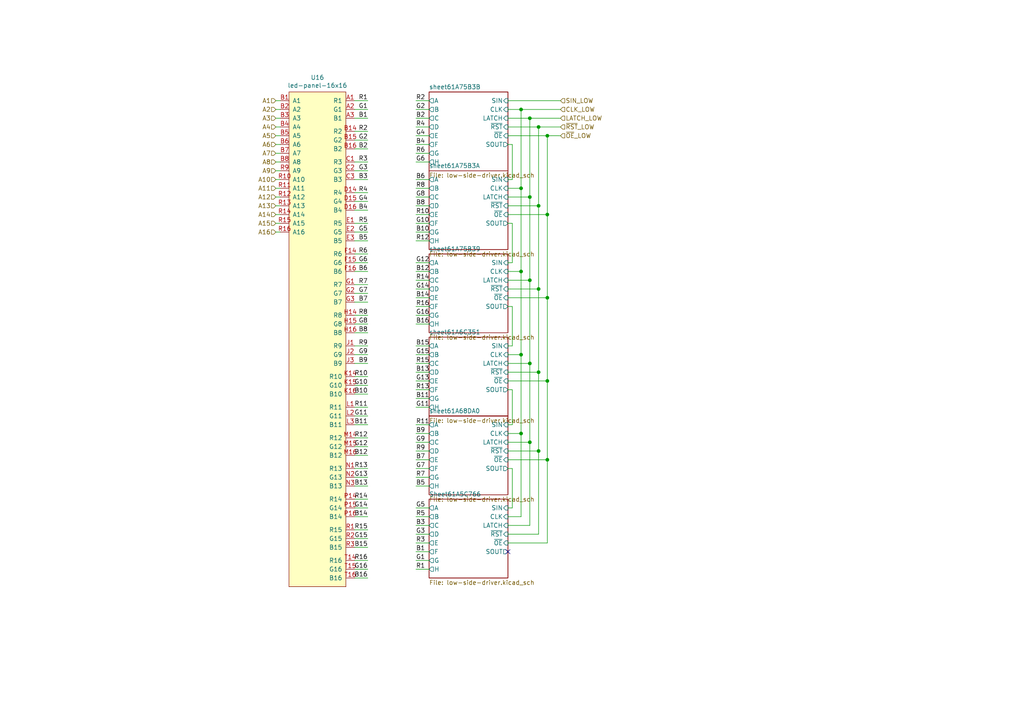
<source format=kicad_sch>
(kicad_sch (version 20211123) (generator eeschema)
  (paper "A4")
  (lib_symbols
    (symbol "led-panel:led-panel-16x16" (pin_names (offset 1.016))
      (property "Reference" "U" (at -6.35 73.66 0))
      (property "Value" "led-panel-16x16" (at 0 13.97 90))
      (symbol "led-panel-16x16_0_0"
        (pin input line (at 10.16 69.85 180) (length 2.54) (name "R1") (number "A1"))
        (pin input line (at 10.16 67.31 180) (length 2.54) (name "G1") (number "A2"))
        (pin input line (at 10.16 64.77 180) (length 2.54) (name "B1") (number "A3"))
        (pin input line (at -11.43 69.85 0) (length 2.54) (name "A1") (number "B1"))
        (pin input line (at 10.16 60.96 180) (length 2.54) (name "R2") (number "B14"))
        (pin input line (at 10.16 58.42 180) (length 2.54) (name "G2") (number "B15"))
        (pin input line (at 10.16 55.88 180) (length 2.54) (name "B2") (number "B16"))
        (pin input line (at -11.43 67.31 0) (length 2.54) (name "A2") (number "B2"))
        (pin input line (at -11.43 64.77 0) (length 2.54) (name "A3") (number "B3"))
        (pin input line (at -11.43 62.23 0) (length 2.54) (name "A4") (number "B4"))
        (pin input line (at -11.43 59.69 0) (length 2.54) (name "A5") (number "B5"))
        (pin input line (at -11.43 57.15 0) (length 2.54) (name "A6") (number "B6"))
        (pin input line (at -11.43 54.61 0) (length 2.54) (name "A7") (number "B7"))
        (pin input line (at -11.43 52.07 0) (length 2.54) (name "A8") (number "B8"))
        (pin input line (at 10.16 52.07 180) (length 2.54) (name "R3") (number "C1"))
        (pin input line (at 10.16 49.53 180) (length 2.54) (name "G3") (number "C2"))
        (pin input line (at 10.16 46.99 180) (length 2.54) (name "B3") (number "C3"))
      )
      (symbol "led-panel-16x16_0_1"
        (rectangle (start -8.89 72.39) (end 7.62 -71.12) (fill (type background)))
      )
      (symbol "led-panel-16x16_1_1"
        (pin input line (at 10.16 43.18 180) (length 2.54) (name "R4") (number "D14"))
        (pin input line (at 10.16 40.64 180) (length 2.54) (name "G4") (number "D15"))
        (pin input line (at 10.16 38.1 180) (length 2.54) (name "B4") (number "D16"))
        (pin input line (at 10.16 34.29 180) (length 2.54) (name "R5") (number "E1"))
        (pin input line (at 10.16 31.75 180) (length 2.54) (name "G5") (number "E2"))
        (pin input line (at 10.16 29.21 180) (length 2.54) (name "B5") (number "E3"))
        (pin input line (at 10.16 25.4 180) (length 2.54) (name "R6") (number "F14"))
        (pin input line (at 10.16 22.86 180) (length 2.54) (name "G6") (number "F15"))
        (pin input line (at 10.16 20.32 180) (length 2.54) (name "B6") (number "F16"))
        (pin input line (at 10.16 16.51 180) (length 2.54) (name "R7") (number "G1"))
        (pin input line (at 10.16 13.97 180) (length 2.54) (name "G7") (number "G2"))
        (pin input line (at 10.16 11.43 180) (length 2.54) (name "B7") (number "G3"))
        (pin input line (at 10.16 7.62 180) (length 2.54) (name "R8") (number "H14"))
        (pin input line (at 10.16 5.08 180) (length 2.54) (name "G8") (number "H15"))
        (pin input line (at 10.16 2.54 180) (length 2.54) (name "B8") (number "H16"))
        (pin input line (at 10.16 -1.27 180) (length 2.54) (name "R9") (number "J1"))
        (pin input line (at 10.16 -3.81 180) (length 2.54) (name "G9") (number "J2"))
        (pin input line (at 10.16 -6.35 180) (length 2.54) (name "B9") (number "J3"))
        (pin input line (at 10.16 -10.16 180) (length 2.54) (name "R10") (number "K14"))
        (pin input line (at 10.16 -12.7 180) (length 2.54) (name "G10") (number "K15"))
        (pin input line (at 10.16 -15.24 180) (length 2.54) (name "B10") (number "K16"))
        (pin input line (at 10.16 -19.05 180) (length 2.54) (name "R11") (number "L1"))
        (pin input line (at 10.16 -21.59 180) (length 2.54) (name "G11") (number "L2"))
        (pin input line (at 10.16 -24.13 180) (length 2.54) (name "B11") (number "L3"))
        (pin input line (at 10.16 -27.94 180) (length 2.54) (name "R12") (number "M14"))
        (pin input line (at 10.16 -30.48 180) (length 2.54) (name "G12") (number "M15"))
        (pin input line (at 10.16 -33.02 180) (length 2.54) (name "B12") (number "M16"))
        (pin input line (at 10.16 -36.83 180) (length 2.54) (name "R13") (number "N1"))
        (pin input line (at 10.16 -39.37 180) (length 2.54) (name "G13") (number "N2"))
        (pin input line (at 10.16 -41.91 180) (length 2.54) (name "B13") (number "N3"))
        (pin input line (at 10.16 -45.72 180) (length 2.54) (name "R14") (number "P14"))
        (pin input line (at 10.16 -48.26 180) (length 2.54) (name "G14") (number "P15"))
        (pin input line (at 10.16 -50.8 180) (length 2.54) (name "B14") (number "P16"))
        (pin input line (at 10.16 -54.61 180) (length 2.54) (name "R15") (number "R1"))
        (pin input line (at -11.43 46.99 0) (length 2.54) (name "A10") (number "R10"))
        (pin input line (at -11.43 44.45 0) (length 2.54) (name "A11") (number "R11"))
        (pin input line (at -11.43 41.91 0) (length 2.54) (name "A12") (number "R12"))
        (pin input line (at -11.43 39.37 0) (length 2.54) (name "A13") (number "R13"))
        (pin input line (at -11.43 36.83 0) (length 2.54) (name "A14") (number "R14"))
        (pin input line (at -11.43 34.29 0) (length 2.54) (name "A15") (number "R15"))
        (pin input line (at -11.43 31.75 0) (length 2.54) (name "A16") (number "R16"))
        (pin input line (at 10.16 -57.15 180) (length 2.54) (name "G15") (number "R2"))
        (pin input line (at 10.16 -59.69 180) (length 2.54) (name "B15") (number "R3"))
        (pin input line (at -11.43 49.53 0) (length 2.54) (name "A9") (number "R9"))
        (pin input line (at 10.16 -63.5 180) (length 2.54) (name "R16") (number "T14"))
        (pin input line (at 10.16 -66.04 180) (length 2.54) (name "G16") (number "T15"))
        (pin input line (at 10.16 -68.58 180) (length 2.54) (name "B16") (number "T16"))
      )
    )
  )
  (junction (at 156.21 107.95))
  (junction (at 156.21 130.81))
  (junction (at 158.75 86.36))
  (junction (at 153.67 34.29))
  (junction (at 151.13 31.75))
  (junction (at 153.67 128.27))
  (junction (at 151.13 78.74))
  (junction (at 153.67 57.15))
  (junction (at 153.67 81.28))
  (junction (at 156.21 83.82))
  (junction (at 158.75 62.23))
  (junction (at 156.21 36.83))
  (junction (at 156.21 59.69))
  (junction (at 151.13 54.61))
  (junction (at 158.75 133.35))
  (junction (at 158.75 39.37))
  (junction (at 153.67 105.41))
  (junction (at 151.13 125.73))
  (junction (at 151.13 102.87))
  (junction (at 158.75 110.49))
  (no_connect (at 147.32 160.02))
  (wire (pts (xy 124.46 86.36) (xy 120.65 86.36)))
  (wire (pts (xy 151.13 31.75) (xy 162.56 31.75)))
  (wire (pts (xy 102.87 64.77) (xy 106.68 64.77)))
  (wire (pts (xy 102.87 120.65) (xy 106.68 120.65)))
  (wire (pts (xy 102.87 167.64) (xy 106.68 167.64)))
  (wire (pts (xy 148.59 41.91) (xy 148.59 52.07)))
  (wire (pts (xy 148.59 64.77) (xy 148.59 76.2)))
  (wire (pts (xy 124.46 130.81) (xy 120.65 130.81)))
  (wire (pts (xy 147.32 135.89) (xy 148.59 135.89)))
  (wire (pts (xy 124.46 100.33) (xy 120.65 100.33)))
  (wire (pts (xy 102.87 52.07) (xy 106.68 52.07)))
  (wire (pts (xy 156.21 36.83) (xy 147.32 36.83)))
  (wire (pts (xy 80.01 62.23) (xy 81.28 62.23)))
  (wire (pts (xy 124.46 125.73) (xy 120.65 125.73)))
  (wire (pts (xy 102.87 91.44) (xy 106.68 91.44)))
  (wire (pts (xy 148.59 52.07) (xy 147.32 52.07)))
  (wire (pts (xy 147.32 149.86) (xy 151.13 149.86)))
  (wire (pts (xy 148.59 76.2) (xy 147.32 76.2)))
  (wire (pts (xy 147.32 78.74) (xy 151.13 78.74)))
  (wire (pts (xy 148.59 147.32) (xy 147.32 147.32)))
  (wire (pts (xy 102.87 149.86) (xy 106.68 149.86)))
  (wire (pts (xy 102.87 138.43) (xy 106.68 138.43)))
  (wire (pts (xy 147.32 102.87) (xy 151.13 102.87)))
  (wire (pts (xy 124.46 115.57) (xy 120.65 115.57)))
  (wire (pts (xy 80.01 54.61) (xy 81.28 54.61)))
  (wire (pts (xy 102.87 147.32) (xy 106.68 147.32)))
  (wire (pts (xy 147.32 31.75) (xy 151.13 31.75)))
  (wire (pts (xy 124.46 39.37) (xy 120.65 39.37)))
  (wire (pts (xy 153.67 128.27) (xy 153.67 105.41)))
  (wire (pts (xy 156.21 83.82) (xy 156.21 59.69)))
  (wire (pts (xy 102.87 49.53) (xy 106.68 49.53)))
  (wire (pts (xy 124.46 165.1) (xy 120.65 165.1)))
  (wire (pts (xy 158.75 86.36) (xy 158.75 62.23)))
  (wire (pts (xy 80.01 39.37) (xy 81.28 39.37)))
  (wire (pts (xy 124.46 123.19) (xy 120.65 123.19)))
  (wire (pts (xy 124.46 162.56) (xy 120.65 162.56)))
  (wire (pts (xy 162.56 39.37) (xy 158.75 39.37)))
  (wire (pts (xy 158.75 110.49) (xy 158.75 86.36)))
  (wire (pts (xy 124.46 93.98) (xy 120.65 93.98)))
  (wire (pts (xy 124.46 118.11) (xy 120.65 118.11)))
  (wire (pts (xy 124.46 152.4) (xy 120.65 152.4)))
  (wire (pts (xy 147.32 110.49) (xy 158.75 110.49)))
  (wire (pts (xy 158.75 157.48) (xy 158.75 133.35)))
  (wire (pts (xy 102.87 109.22) (xy 106.68 109.22)))
  (wire (pts (xy 147.32 128.27) (xy 153.67 128.27)))
  (wire (pts (xy 124.46 133.35) (xy 120.65 133.35)))
  (wire (pts (xy 80.01 52.07) (xy 81.28 52.07)))
  (wire (pts (xy 148.59 100.33) (xy 147.32 100.33)))
  (wire (pts (xy 80.01 36.83) (xy 81.28 36.83)))
  (wire (pts (xy 124.46 105.41) (xy 120.65 105.41)))
  (wire (pts (xy 124.46 81.28) (xy 120.65 81.28)))
  (wire (pts (xy 102.87 129.54) (xy 106.68 129.54)))
  (wire (pts (xy 102.87 153.67) (xy 106.68 153.67)))
  (wire (pts (xy 124.46 52.07) (xy 120.65 52.07)))
  (wire (pts (xy 147.32 59.69) (xy 156.21 59.69)))
  (wire (pts (xy 102.87 105.41) (xy 106.68 105.41)))
  (wire (pts (xy 147.32 125.73) (xy 151.13 125.73)))
  (wire (pts (xy 102.87 78.74) (xy 106.68 78.74)))
  (wire (pts (xy 147.32 64.77) (xy 148.59 64.77)))
  (wire (pts (xy 147.32 86.36) (xy 158.75 86.36)))
  (wire (pts (xy 102.87 69.85) (xy 106.68 69.85)))
  (wire (pts (xy 124.46 54.61) (xy 120.65 54.61)))
  (wire (pts (xy 151.13 125.73) (xy 151.13 102.87)))
  (wire (pts (xy 124.46 57.15) (xy 120.65 57.15)))
  (wire (pts (xy 102.87 96.52) (xy 106.68 96.52)))
  (wire (pts (xy 147.32 113.03) (xy 148.59 113.03)))
  (wire (pts (xy 102.87 93.98) (xy 106.68 93.98)))
  (wire (pts (xy 124.46 147.32) (xy 120.65 147.32)))
  (wire (pts (xy 147.32 62.23) (xy 158.75 62.23)))
  (wire (pts (xy 124.46 69.85) (xy 120.65 69.85)))
  (wire (pts (xy 153.67 105.41) (xy 153.67 81.28)))
  (wire (pts (xy 80.01 49.53) (xy 81.28 49.53)))
  (wire (pts (xy 124.46 140.97) (xy 120.65 140.97)))
  (wire (pts (xy 124.46 62.23) (xy 120.65 62.23)))
  (wire (pts (xy 151.13 102.87) (xy 151.13 78.74)))
  (wire (pts (xy 102.87 135.89) (xy 106.68 135.89)))
  (wire (pts (xy 124.46 31.75) (xy 120.65 31.75)))
  (wire (pts (xy 147.32 83.82) (xy 156.21 83.82)))
  (wire (pts (xy 124.46 59.69) (xy 120.65 59.69)))
  (wire (pts (xy 102.87 60.96) (xy 106.68 60.96)))
  (wire (pts (xy 102.87 111.76) (xy 106.68 111.76)))
  (wire (pts (xy 147.32 157.48) (xy 158.75 157.48)))
  (wire (pts (xy 80.01 44.45) (xy 81.28 44.45)))
  (wire (pts (xy 151.13 149.86) (xy 151.13 125.73)))
  (wire (pts (xy 156.21 107.95) (xy 156.21 83.82)))
  (wire (pts (xy 80.01 59.69) (xy 81.28 59.69)))
  (wire (pts (xy 102.87 118.11) (xy 106.68 118.11)))
  (wire (pts (xy 102.87 158.75) (xy 106.68 158.75)))
  (wire (pts (xy 102.87 87.63) (xy 106.68 87.63)))
  (wire (pts (xy 80.01 64.77) (xy 81.28 64.77)))
  (wire (pts (xy 102.87 140.97) (xy 106.68 140.97)))
  (wire (pts (xy 124.46 113.03) (xy 120.65 113.03)))
  (wire (pts (xy 102.87 31.75) (xy 106.68 31.75)))
  (wire (pts (xy 80.01 57.15) (xy 81.28 57.15)))
  (wire (pts (xy 153.67 152.4) (xy 153.67 128.27)))
  (wire (pts (xy 147.32 57.15) (xy 153.67 57.15)))
  (wire (pts (xy 147.32 105.41) (xy 153.67 105.41)))
  (wire (pts (xy 158.75 39.37) (xy 147.32 39.37)))
  (wire (pts (xy 158.75 62.23) (xy 158.75 39.37)))
  (wire (pts (xy 147.32 41.91) (xy 148.59 41.91)))
  (wire (pts (xy 124.46 138.43) (xy 120.65 138.43)))
  (wire (pts (xy 102.87 76.2) (xy 106.68 76.2)))
  (wire (pts (xy 124.46 157.48) (xy 120.65 157.48)))
  (wire (pts (xy 80.01 46.99) (xy 81.28 46.99)))
  (wire (pts (xy 156.21 130.81) (xy 156.21 107.95)))
  (wire (pts (xy 124.46 76.2) (xy 120.65 76.2)))
  (wire (pts (xy 102.87 67.31) (xy 106.68 67.31)))
  (wire (pts (xy 102.87 165.1) (xy 106.68 165.1)))
  (wire (pts (xy 124.46 36.83) (xy 120.65 36.83)))
  (wire (pts (xy 153.67 34.29) (xy 162.56 34.29)))
  (wire (pts (xy 124.46 154.94) (xy 120.65 154.94)))
  (wire (pts (xy 102.87 123.19) (xy 106.68 123.19)))
  (wire (pts (xy 151.13 78.74) (xy 151.13 54.61)))
  (wire (pts (xy 124.46 88.9) (xy 120.65 88.9)))
  (wire (pts (xy 102.87 85.09) (xy 106.68 85.09)))
  (wire (pts (xy 124.46 34.29) (xy 120.65 34.29)))
  (wire (pts (xy 162.56 36.83) (xy 156.21 36.83)))
  (wire (pts (xy 147.32 133.35) (xy 158.75 133.35)))
  (wire (pts (xy 124.46 29.21) (xy 120.65 29.21)))
  (wire (pts (xy 80.01 67.31) (xy 81.28 67.31)))
  (wire (pts (xy 102.87 73.66) (xy 106.68 73.66)))
  (wire (pts (xy 124.46 107.95) (xy 120.65 107.95)))
  (wire (pts (xy 102.87 114.3) (xy 106.68 114.3)))
  (wire (pts (xy 156.21 154.94) (xy 156.21 130.81)))
  (wire (pts (xy 147.32 81.28) (xy 153.67 81.28)))
  (wire (pts (xy 102.87 34.29) (xy 106.68 34.29)))
  (wire (pts (xy 124.46 110.49) (xy 120.65 110.49)))
  (wire (pts (xy 148.59 88.9) (xy 148.59 100.33)))
  (wire (pts (xy 102.87 132.08) (xy 106.68 132.08)))
  (wire (pts (xy 102.87 43.18) (xy 106.68 43.18)))
  (wire (pts (xy 80.01 29.21) (xy 81.28 29.21)))
  (wire (pts (xy 153.67 57.15) (xy 153.67 34.29)))
  (wire (pts (xy 102.87 162.56) (xy 106.68 162.56)))
  (wire (pts (xy 147.32 88.9) (xy 148.59 88.9)))
  (wire (pts (xy 148.59 113.03) (xy 148.59 123.19)))
  (wire (pts (xy 124.46 41.91) (xy 120.65 41.91)))
  (wire (pts (xy 102.87 100.33) (xy 106.68 100.33)))
  (wire (pts (xy 147.32 54.61) (xy 151.13 54.61)))
  (wire (pts (xy 80.01 31.75) (xy 81.28 31.75)))
  (wire (pts (xy 102.87 144.78) (xy 106.68 144.78)))
  (wire (pts (xy 124.46 78.74) (xy 120.65 78.74)))
  (wire (pts (xy 124.46 160.02) (xy 120.65 160.02)))
  (wire (pts (xy 124.46 64.77) (xy 120.65 64.77)))
  (wire (pts (xy 156.21 59.69) (xy 156.21 36.83)))
  (wire (pts (xy 102.87 29.21) (xy 106.68 29.21)))
  (wire (pts (xy 148.59 135.89) (xy 148.59 147.32)))
  (wire (pts (xy 124.46 44.45) (xy 120.65 44.45)))
  (wire (pts (xy 162.56 29.21) (xy 147.32 29.21)))
  (wire (pts (xy 124.46 135.89) (xy 120.65 135.89)))
  (wire (pts (xy 147.32 107.95) (xy 156.21 107.95)))
  (wire (pts (xy 124.46 46.99) (xy 120.65 46.99)))
  (wire (pts (xy 153.67 34.29) (xy 147.32 34.29)))
  (wire (pts (xy 147.32 152.4) (xy 153.67 152.4)))
  (wire (pts (xy 102.87 156.21) (xy 106.68 156.21)))
  (wire (pts (xy 124.46 83.82) (xy 120.65 83.82)))
  (wire (pts (xy 102.87 55.88) (xy 106.68 55.88)))
  (wire (pts (xy 147.32 130.81) (xy 156.21 130.81)))
  (wire (pts (xy 80.01 34.29) (xy 81.28 34.29)))
  (wire (pts (xy 124.46 67.31) (xy 120.65 67.31)))
  (wire (pts (xy 124.46 102.87) (xy 120.65 102.87)))
  (wire (pts (xy 102.87 127) (xy 106.68 127)))
  (wire (pts (xy 102.87 102.87) (xy 106.68 102.87)))
  (wire (pts (xy 153.67 81.28) (xy 153.67 57.15)))
  (wire (pts (xy 147.32 154.94) (xy 156.21 154.94)))
  (wire (pts (xy 124.46 91.44) (xy 120.65 91.44)))
  (wire (pts (xy 102.87 46.99) (xy 106.68 46.99)))
  (wire (pts (xy 102.87 40.64) (xy 106.68 40.64)))
  (wire (pts (xy 102.87 58.42) (xy 106.68 58.42)))
  (wire (pts (xy 148.59 123.19) (xy 147.32 123.19)))
  (wire (pts (xy 124.46 128.27) (xy 120.65 128.27)))
  (wire (pts (xy 151.13 54.61) (xy 151.13 31.75)))
  (wire (pts (xy 80.01 41.91) (xy 81.28 41.91)))
  (wire (pts (xy 102.87 82.55) (xy 106.68 82.55)))
  (wire (pts (xy 102.87 38.1) (xy 106.68 38.1)))
  (wire (pts (xy 158.75 133.35) (xy 158.75 110.49)))
  (wire (pts (xy 124.46 149.86) (xy 120.65 149.86)))
  (label "B4" (at 106.68 60.96 180))
  (label "R2" (at 120.65 29.21 0))
  (label "R3" (at 120.65 157.48 0))
  (label "R4" (at 106.68 55.88 180))
  (label "G10" (at 120.65 64.77 0))
  (label "G12" (at 106.68 129.54 180))
  (label "R1" (at 120.65 165.1 0))
  (label "R4" (at 120.65 36.83 0))
  (label "B3" (at 120.65 152.4 0))
  (label "B8" (at 120.65 59.69 0))
  (label "B13" (at 120.65 107.95 0))
  (label "G15" (at 106.68 156.21 180))
  (label "R14" (at 106.68 144.78 180))
  (label "R5" (at 106.68 64.77 180))
  (label "G13" (at 106.68 138.43 180))
  (label "G4" (at 106.68 58.42 180))
  (label "G5" (at 106.68 67.31 180))
  (label "B14" (at 120.65 86.36 0))
  (label "R2" (at 106.68 38.1 180))
  (label "R9" (at 120.65 130.81 0))
  (label "B11" (at 120.65 115.57 0))
  (label "G11" (at 106.68 120.65 180))
  (label "G7" (at 120.65 135.89 0))
  (label "G4" (at 120.65 39.37 0))
  (label "R16" (at 106.68 162.56 180))
  (label "R10" (at 120.65 62.23 0))
  (label "B2" (at 120.65 34.29 0))
  (label "G8" (at 106.68 93.98 180))
  (label "G16" (at 120.65 91.44 0))
  (label "G8" (at 120.65 57.15 0))
  (label "G1" (at 120.65 162.56 0))
  (label "B5" (at 106.68 69.85 180))
  (label "B12" (at 106.68 132.08 180))
  (label "B9" (at 120.65 125.73 0))
  (label "R13" (at 120.65 113.03 0))
  (label "R5" (at 120.65 149.86 0))
  (label "R16" (at 120.65 88.9 0))
  (label "G15" (at 120.65 102.87 0))
  (label "R6" (at 120.65 44.45 0))
  (label "R10" (at 106.68 109.22 180))
  (label "B7" (at 120.65 133.35 0))
  (label "G3" (at 106.68 49.53 180))
  (label "G1" (at 106.68 31.75 180))
  (label "G16" (at 106.68 165.1 180))
  (label "R3" (at 106.68 46.99 180))
  (label "B3" (at 106.68 52.07 180))
  (label "R12" (at 120.65 69.85 0))
  (label "R7" (at 106.68 82.55 180))
  (label "G6" (at 120.65 46.99 0))
  (label "B10" (at 106.68 114.3 180))
  (label "G7" (at 106.68 85.09 180))
  (label "B15" (at 120.65 100.33 0))
  (label "B11" (at 106.68 123.19 180))
  (label "G11" (at 120.65 118.11 0))
  (label "B12" (at 120.65 78.74 0))
  (label "G12" (at 120.65 76.2 0))
  (label "G5" (at 120.65 147.32 0))
  (label "G14" (at 120.65 83.82 0))
  (label "G14" (at 106.68 147.32 180))
  (label "R15" (at 120.65 105.41 0))
  (label "B16" (at 106.68 167.64 180))
  (label "B6" (at 106.68 78.74 180))
  (label "R7" (at 120.65 138.43 0))
  (label "B15" (at 106.68 158.75 180))
  (label "R8" (at 106.68 91.44 180))
  (label "B1" (at 106.68 34.29 180))
  (label "B7" (at 106.68 87.63 180))
  (label "G10" (at 106.68 111.76 180))
  (label "R9" (at 106.68 100.33 180))
  (label "R6" (at 106.68 73.66 180))
  (label "B1" (at 120.65 160.02 0))
  (label "B2" (at 106.68 43.18 180))
  (label "R13" (at 106.68 135.89 180))
  (label "R1" (at 106.68 29.21 180))
  (label "B14" (at 106.68 149.86 180))
  (label "G9" (at 120.65 128.27 0))
  (label "G2" (at 106.68 40.64 180))
  (label "B8" (at 106.68 96.52 180))
  (label "B6" (at 120.65 52.07 0))
  (label "G6" (at 106.68 76.2 180))
  (label "B4" (at 120.65 41.91 0))
  (label "R15" (at 106.68 153.67 180))
  (label "B5" (at 120.65 140.97 0))
  (label "G3" (at 120.65 154.94 0))
  (label "B10" (at 120.65 67.31 0))
  (label "B16" (at 120.65 93.98 0))
  (label "G9" (at 106.68 102.87 180))
  (label "B13" (at 106.68 140.97 180))
  (label "R11" (at 106.68 118.11 180))
  (label "R8" (at 120.65 54.61 0))
  (label "G13" (at 120.65 110.49 0))
  (label "B9" (at 106.68 105.41 180))
  (label "G2" (at 120.65 31.75 0))
  (label "R12" (at 106.68 127 180))
  (label "R14" (at 120.65 81.28 0))
  (label "R11" (at 120.65 123.19 0))
  (hierarchical_label "A12" (shape input) (at 80.01 57.15 180))
  (hierarchical_label "A3" (shape input) (at 80.01 34.29 180))
  (hierarchical_label "A2" (shape input) (at 80.01 31.75 180))
  (hierarchical_label "A10" (shape input) (at 80.01 52.07 180))
  (hierarchical_label "A4" (shape input) (at 80.01 36.83 180))
  (hierarchical_label "A15" (shape input) (at 80.01 64.77 180))
  (hierarchical_label "A13" (shape input) (at 80.01 59.69 180))
  (hierarchical_label "~{OE}_LOW" (shape input) (at 162.56 39.37 0))
  (hierarchical_label "A5" (shape input) (at 80.01 39.37 180))
  (hierarchical_label "A16" (shape input) (at 80.01 67.31 180))
  (hierarchical_label "A1" (shape input) (at 80.01 29.21 180))
  (hierarchical_label "LATCH_LOW" (shape input) (at 162.56 34.29 0))
  (hierarchical_label "A8" (shape input) (at 80.01 46.99 180))
  (hierarchical_label "SIN_LOW" (shape input) (at 162.56 29.21 0))
  (hierarchical_label "A6" (shape input) (at 80.01 41.91 180))
  (hierarchical_label "A7" (shape input) (at 80.01 44.45 180))
  (hierarchical_label "CLK_LOW" (shape input) (at 162.56 31.75 0))
  (hierarchical_label "A14" (shape input) (at 80.01 62.23 180))
  (hierarchical_label "A9" (shape input) (at 80.01 49.53 180))
  (hierarchical_label "~{RST}_LOW" (shape input) (at 162.56 36.83 0))
  (hierarchical_label "A11" (shape input) (at 80.01 54.61 180))
  (symbol (lib_id "led-panel:led-panel-16x16") (at 92.71 99.06 0)
    (property "Reference" "U16" (at 92.075 22.479 0))
    (property "Value" "led-panel-16x16" (at 92.075 24.7904 0))
    (property "Footprint" "led-panel:bga-led-panel-16x16" (effects hide))
  )
  (sheet (at 124.46 144.78) (size 22.86 22.86)
    (property "Sheet name" "Sheet61A5C766" (at 124.46 144.0684 0) (effects (justify left bottom)))
    (property "Sheet file" "low-side-driver.kicad_sch" (at 124.46 168.2246 0) (effects (justify left top)))
    (pin "A" output (at 124.46 147.32 180))
    (pin "B" output (at 124.46 149.86 180))
    (pin "C" output (at 124.46 152.4 180))
    (pin "D" output (at 124.46 154.94 180))
    (pin "E" output (at 124.46 157.48 180))
    (pin "F" output (at 124.46 160.02 180))
    (pin "G" output (at 124.46 162.56 180))
    (pin "H" output (at 124.46 165.1 180))
    (pin "SIN" input (at 147.32 147.32 0))
    (pin "CLK" input (at 147.32 149.86 0))
    (pin "LATCH" input (at 147.32 152.4 0))
    (pin "~{RST}" input (at 147.32 154.94 0))
    (pin "~{OE}" input (at 147.32 157.48 0))
    (pin "SOUT" output (at 147.32 160.02 0))
  )
  (sheet (at 124.46 120.65) (size 22.86 22.86)
    (property "Sheet name" "sheet61A68DA0" (at 124.46 119.9384 0) (effects (justify left bottom)))
    (property "Sheet file" "low-side-driver.kicad_sch" (at 124.46 144.0946 0) (effects (justify left top)))
    (pin "A" output (at 124.46 123.19 180))
    (pin "B" output (at 124.46 125.73 180))
    (pin "C" output (at 124.46 128.27 180))
    (pin "D" output (at 124.46 130.81 180))
    (pin "E" output (at 124.46 133.35 180))
    (pin "F" output (at 124.46 135.89 180))
    (pin "G" output (at 124.46 138.43 180))
    (pin "H" output (at 124.46 140.97 180))
    (pin "SIN" input (at 147.32 123.19 0))
    (pin "CLK" input (at 147.32 125.73 0))
    (pin "LATCH" input (at 147.32 128.27 0))
    (pin "~{RST}" input (at 147.32 130.81 0))
    (pin "~{OE}" input (at 147.32 133.35 0))
    (pin "SOUT" output (at 147.32 135.89 0))
  )
  (sheet (at 124.46 97.79) (size 22.86 22.86)
    (property "Sheet name" "sheet61A6C351" (at 124.46 97.0784 0) (effects (justify left bottom)))
    (property "Sheet file" "low-side-driver.kicad_sch" (at 124.46 121.2346 0) (effects (justify left top)))
    (pin "A" output (at 124.46 100.33 180))
    (pin "B" output (at 124.46 102.87 180))
    (pin "C" output (at 124.46 105.41 180))
    (pin "D" output (at 124.46 107.95 180))
    (pin "E" output (at 124.46 110.49 180))
    (pin "F" output (at 124.46 113.03 180))
    (pin "G" output (at 124.46 115.57 180))
    (pin "H" output (at 124.46 118.11 180))
    (pin "SIN" input (at 147.32 100.33 0))
    (pin "CLK" input (at 147.32 102.87 0))
    (pin "LATCH" input (at 147.32 105.41 0))
    (pin "~{RST}" input (at 147.32 107.95 0))
    (pin "~{OE}" input (at 147.32 110.49 0))
    (pin "SOUT" output (at 147.32 113.03 0))
  )
  (sheet (at 124.46 73.66) (size 22.86 22.86)
    (property "Sheet name" "sheet61A75B39" (at 124.46 72.9484 0) (effects (justify left bottom)))
    (property "Sheet file" "low-side-driver.kicad_sch" (at 124.46 97.1046 0) (effects (justify left top)))
    (pin "A" output (at 124.46 76.2 180))
    (pin "B" output (at 124.46 78.74 180))
    (pin "C" output (at 124.46 81.28 180))
    (pin "D" output (at 124.46 83.82 180))
    (pin "E" output (at 124.46 86.36 180))
    (pin "F" output (at 124.46 88.9 180))
    (pin "G" output (at 124.46 91.44 180))
    (pin "H" output (at 124.46 93.98 180))
    (pin "SIN" input (at 147.32 76.2 0))
    (pin "CLK" input (at 147.32 78.74 0))
    (pin "LATCH" input (at 147.32 81.28 0))
    (pin "~{RST}" input (at 147.32 83.82 0))
    (pin "~{OE}" input (at 147.32 86.36 0))
    (pin "SOUT" output (at 147.32 88.9 0))
  )
  (sheet (at 124.46 49.53) (size 22.86 22.86)
    (property "Sheet name" "sheet61A75B3A" (at 124.46 48.8184 0) (effects (justify left bottom)))
    (property "Sheet file" "low-side-driver.kicad_sch" (at 124.46 72.9746 0) (effects (justify left top)))
    (pin "A" output (at 124.46 52.07 180))
    (pin "B" output (at 124.46 54.61 180))
    (pin "C" output (at 124.46 57.15 180))
    (pin "D" output (at 124.46 59.69 180))
    (pin "E" output (at 124.46 62.23 180))
    (pin "F" output (at 124.46 64.77 180))
    (pin "G" output (at 124.46 67.31 180))
    (pin "H" output (at 124.46 69.85 180))
    (pin "SIN" input (at 147.32 52.07 0))
    (pin "CLK" input (at 147.32 54.61 0))
    (pin "LATCH" input (at 147.32 57.15 0))
    (pin "~{RST}" input (at 147.32 59.69 0))
    (pin "~{OE}" input (at 147.32 62.23 0))
    (pin "SOUT" output (at 147.32 64.77 0))
  )
  (sheet (at 124.46 26.67) (size 22.86 22.86)
    (property "Sheet name" "sheet61A75B3B" (at 124.46 25.9584 0) (effects (justify left bottom)))
    (property "Sheet file" "low-side-driver.kicad_sch" (at 124.46 50.1146 0) (effects (justify left top)))
    (pin "A" output (at 124.46 29.21 180))
    (pin "B" output (at 124.46 31.75 180))
    (pin "C" output (at 124.46 34.29 180))
    (pin "D" output (at 124.46 36.83 180))
    (pin "E" output (at 124.46 39.37 180))
    (pin "F" output (at 124.46 41.91 180))
    (pin "G" output (at 124.46 44.45 180))
    (pin "H" output (at 124.46 46.99 180))
    (pin "SIN" input (at 147.32 29.21 0))
    (pin "CLK" input (at 147.32 31.75 0))
    (pin "LATCH" input (at 147.32 34.29 0))
    (pin "~{RST}" input (at 147.32 36.83 0))
    (pin "~{OE}" input (at 147.32 39.37 0))
    (pin "SOUT" output (at 147.32 41.91 0))
  )
)
</source>
